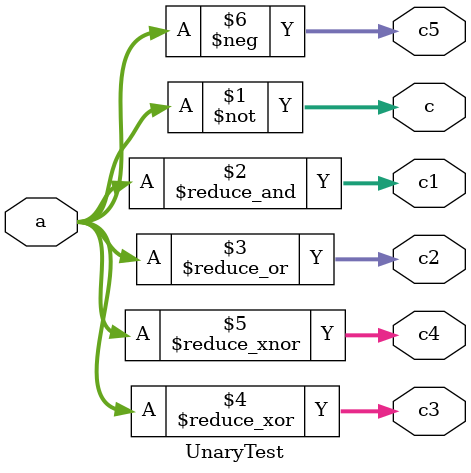
<source format=v>
module UnaryTest(a, c, c1,c2,c3,c4, c5);
  input [31:0] a;
  output [31:0] c;
  output [31:0] c1;
  output [31:0] c2;
  output [31:0] c3;
  output [31:0] c4;
  output [31:0] c5;
  

  assign c = ~a;
  assign c1 = &a;
  assign c2 = |a;
  assign c3 = ^a;
  assign c4 = ~^a;
  assign c5 = -a;
  
endmodule
</source>
